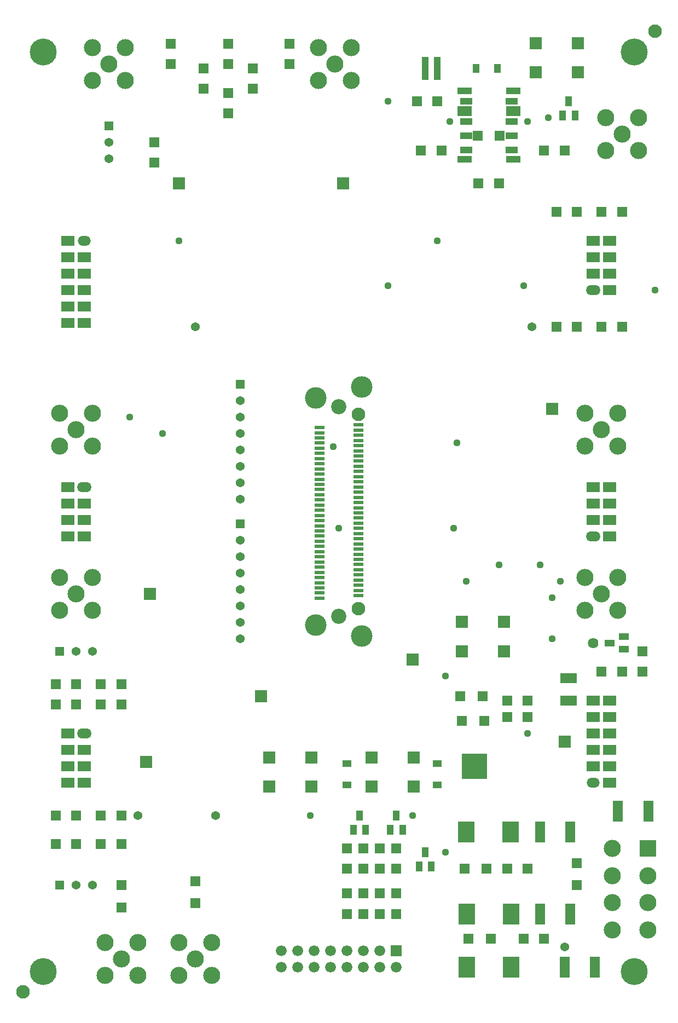
<source format=gts>
*%FSLAX24Y24*%
*%MOIN*%
G01*
%ADD11C,0.0000*%
%ADD12C,0.0040*%
%ADD13C,0.0059*%
%ADD14C,0.0060*%
%ADD15C,0.0073*%
%ADD16C,0.0079*%
%ADD17C,0.0080*%
%ADD18C,0.0098*%
%ADD19C,0.0100*%
%ADD20C,0.0120*%
%ADD21C,0.0150*%
%ADD22C,0.0197*%
%ADD23C,0.0200*%
%ADD24C,0.0200*%
%ADD25C,0.0240*%
%ADD26C,0.0250*%
%ADD27C,0.0300*%
%ADD28C,0.0300*%
%ADD29C,0.0340*%
%ADD30C,0.0360*%
%ADD31C,0.0380*%
%ADD32C,0.0394*%
%ADD33C,0.0397*%
%ADD34C,0.0400*%
%ADD35C,0.0400*%
%ADD36C,0.0434*%
%ADD37C,0.0440*%
%ADD38C,0.0472*%
%ADD39C,0.0480*%
%ADD40C,0.0500*%
%ADD41C,0.0500*%
%ADD42C,0.0520*%
%ADD43C,0.0540*%
%ADD44C,0.0560*%
%ADD45C,0.0580*%
%ADD46C,0.0594*%
%ADD47C,0.0600*%
%ADD48C,0.0600*%
%ADD49C,0.0620*%
%ADD50C,0.0640*%
%ADD51C,0.0650*%
%ADD52C,0.0660*%
%ADD53C,0.0670*%
%ADD54C,0.0672*%
%ADD55O,0.0750X0.0560*%
%ADD56C,0.0760*%
%ADD57C,0.0787*%
%ADD58O,0.0790X0.0600*%
%ADD59C,0.0800*%
%ADD60C,0.0827*%
%ADD61O,0.0850X0.0560*%
%ADD62C,0.0850*%
%ADD63C,0.0870*%
%ADD64C,0.0886*%
%ADD65C,0.0889*%
%ADD66O,0.0890X0.0600*%
%ADD67C,0.0926*%
%ADD68C,0.1000*%
%ADD69C,0.1040*%
%ADD70C,0.1161*%
%ADD71C,0.1250*%
%ADD72C,0.1276*%
%ADD73C,0.1316*%
%ADD74C,0.1600*%
%ADD75C,0.1640*%
%ADD76C,0.2250*%
%ADD77R,0.0200X0.0200*%
%ADD78R,0.0350X0.0500*%
%ADD79R,0.0350X0.0520*%
%ADD80R,0.0360X0.1300*%
%ADD81R,0.0370X0.0530*%
%ADD82R,0.0394X0.0551*%
%ADD83R,0.0394X0.1102*%
%ADD84R,0.0400X0.0500*%
%ADD85R,0.0400X0.0750*%
%ADD86R,0.0400X0.1350*%
%ADD87R,0.0434X0.0591*%
%ADD88R,0.0440X0.0540*%
%ADD89R,0.0440X0.1390*%
%ADD90R,0.0500X0.0400*%
%ADD91R,0.0500X0.0500*%
%ADD92R,0.0500X0.0500*%
%ADD93R,0.0500X0.1200*%
%ADD94R,0.0540X0.0440*%
%ADD95R,0.0540X0.0540*%
%ADD96R,0.0550X0.0350*%
%ADD97R,0.0551X0.0394*%
%ADD98R,0.0591X0.0177*%
%ADD99R,0.0591X0.0434*%
%ADD100R,0.0600X0.0600*%
%ADD101R,0.0600X0.0650*%
%ADD102R,0.0600X0.1250*%
%ADD103R,0.0620X0.0620*%
%ADD104R,0.0631X0.0217*%
%ADD105R,0.0640X0.0640*%
%ADD106R,0.0640X0.1290*%
%ADD107R,0.0650X0.0300*%
%ADD108R,0.0660X0.0660*%
%ADD109R,0.0700X0.0300*%
%ADD110R,0.0700X0.0340*%
%ADD111R,0.0700X0.0350*%
%ADD112R,0.0700X0.0700*%
%ADD113R,0.0709X0.0394*%
%ADD114R,0.0740X0.0740*%
%ADD115R,0.0749X0.0434*%
%ADD116R,0.0750X0.0300*%
%ADD117R,0.0750X0.0400*%
%ADD118R,0.0750X0.0550*%
%ADD119R,0.0750X0.0560*%
%ADD120R,0.0790X0.0600*%
%ADD121R,0.0800X0.0350*%
%ADD122R,0.0800X0.0550*%
%ADD123R,0.0827X0.0394*%
%ADD124R,0.0827X0.0591*%
%ADD125R,0.0867X0.0434*%
%ADD126R,0.0867X0.0631*%
%ADD127R,0.0950X0.1200*%
%ADD128R,0.0960X0.0540*%
%ADD129R,0.0960X0.1220*%
%ADD130R,0.1000X0.0600*%
%ADD131R,0.1000X0.1000*%
%ADD132R,0.1000X0.1000*%
%ADD133R,0.1000X0.1100*%
%ADD134R,0.1000X0.1200*%
%ADD135R,0.1000X0.1250*%
%ADD136R,0.1040X0.0640*%
%ADD137R,0.1040X0.1040*%
%ADD138R,0.1040X0.1290*%
%ADD139R,0.1200X0.1200*%
%ADD140R,0.1417X0.0551*%
%ADD141R,0.1500X0.1500*%
%ADD142R,0.1540X0.1540*%
%ADD143R,0.2000X0.2000*%
%ADD144R,0.2200X0.2200*%
%ADD145R,0.2500X0.2500*%
D11*
X93460Y36000D02*
D03*
X91710Y36750D02*
D03*
X91460Y74000D02*
D03*
X89960Y56750D02*
D03*
X91460Y59000D02*
D03*
X89960Y61250D02*
D03*
Y62250D02*
D03*
Y65750D02*
D03*
X91210Y80250D02*
D03*
Y83750D02*
D03*
X88710Y59000D02*
D03*
X87960Y44250D02*
D03*
Y43000D02*
D03*
Y42000D02*
D03*
X89210Y76500D02*
D03*
X88960Y83000D02*
D03*
X88710Y81000D02*
D03*
Y74000D02*
D03*
X85960Y30500D02*
D03*
Y32000D02*
D03*
X87210Y33750D02*
D03*
Y35750D02*
D03*
X85960Y73500D02*
D03*
Y83500D02*
D03*
X87210Y86750D02*
D03*
Y84750D02*
D03*
X85960D02*
D03*
X85460Y36000D02*
D03*
X85210Y38250D02*
D03*
X85460Y43000D02*
D03*
Y41750D02*
D03*
X84210Y67250D02*
D03*
Y62250D02*
D03*
X85710Y80250D02*
D03*
X84460Y69500D02*
D03*
Y71000D02*
D03*
Y72250D02*
D03*
Y73500D02*
D03*
X82710Y39500D02*
D03*
X83210Y67250D02*
D03*
X82210D02*
D03*
Y62250D02*
D03*
X83210D02*
D03*
X82960Y80750D02*
D03*
X82710Y87000D02*
D03*
Y85000D02*
D03*
X81710Y36250D02*
D03*
X80710Y31250D02*
D03*
Y34500D02*
D03*
X81460Y49250D02*
D03*
X79960Y39000D02*
D03*
X80960Y42250D02*
D03*
Y41250D02*
D03*
X80710Y62250D02*
D03*
X80960Y54750D02*
D03*
Y67250D02*
D03*
X81210Y76500D02*
D03*
Y78000D02*
D03*
X81460Y79750D02*
D03*
X80710Y73750D02*
D03*
Y71250D02*
D03*
Y85500D02*
D03*
Y86500D02*
D03*
X78210Y31250D02*
D03*
X79460Y35250D02*
D03*
Y36250D02*
D03*
X78460Y49000D02*
D03*
X79460Y41500D02*
D03*
X78710Y39250D02*
D03*
X79210Y63750D02*
D03*
Y54750D02*
D03*
Y67250D02*
D03*
Y62250D02*
D03*
X78210Y81000D02*
D03*
Y82500D02*
D03*
X78960Y73750D02*
D03*
Y71250D02*
D03*
X79460Y84750D02*
D03*
X76210Y39500D02*
D03*
X77460Y54750D02*
D03*
Y67250D02*
D03*
X76210Y62250D02*
D03*
X77460D02*
D03*
Y63750D02*
D03*
X76210Y54750D02*
D03*
X76260Y57450D02*
D03*
X76310Y58500D02*
D03*
X76360Y63750D02*
D03*
X76210Y76500D02*
D03*
Y78000D02*
D03*
Y81000D02*
D03*
Y82500D02*
D03*
X77210Y73750D02*
D03*
X76210Y71250D02*
D03*
X77460D02*
D03*
X74210Y39750D02*
D03*
X74960Y47250D02*
D03*
X72210Y35250D02*
D03*
X72960Y46750D02*
D03*
X73660Y61950D02*
D03*
X73960Y56300D02*
D03*
X70960Y48500D02*
D03*
X71210Y36750D02*
D03*
X70210Y37750D02*
D03*
X71210D02*
D03*
X71460Y41000D02*
D03*
X70960Y51750D02*
D03*
X71710Y56750D02*
D03*
X70810Y63700D02*
D03*
X71860Y63950D02*
D03*
X70610Y61250D02*
D03*
X71110Y60250D02*
D03*
X71760Y59250D02*
D03*
X70960Y81000D02*
D03*
Y82500D02*
D03*
X71710Y85500D02*
D03*
Y87000D02*
D03*
X69710Y65250D02*
D03*
X69210Y82500D02*
D03*
X69710Y85500D02*
D03*
X69960Y87500D02*
D03*
X68210Y87750D02*
D03*
X66210Y34750D02*
D03*
X67210Y47750D02*
D03*
Y42000D02*
D03*
X67710Y67500D02*
D03*
X67210Y66250D02*
D03*
Y58750D02*
D03*
Y54000D02*
D03*
X66710Y80750D02*
D03*
X66460Y82250D02*
D03*
X67210Y73750D02*
D03*
Y78000D02*
D03*
Y76500D02*
D03*
X67960Y85500D02*
D03*
X66460D02*
D03*
X65210Y30000D02*
D03*
X64210Y34750D02*
D03*
X64460Y45750D02*
D03*
X65710Y47750D02*
D03*
X64460Y49250D02*
D03*
X65960Y39750D02*
D03*
X64460Y66250D02*
D03*
X64210Y63250D02*
D03*
Y64250D02*
D03*
X64460Y54000D02*
D03*
X65460Y73750D02*
D03*
X65710Y76500D02*
D03*
X64460Y87500D02*
D03*
X63960Y39750D02*
D03*
Y42000D02*
D03*
Y58750D02*
D03*
X62710D02*
D03*
X62960Y65500D02*
D03*
X63210Y74750D02*
D03*
Y76250D02*
D03*
X60710Y30000D02*
D03*
X61460Y34750D02*
D03*
X60960Y67250D02*
D03*
X61210Y63750D02*
D03*
X60960Y70000D02*
D03*
X62210Y87000D02*
D03*
Y85500D02*
D03*
X58960Y49500D02*
D03*
X59460Y44000D02*
D03*
X59210Y59000D02*
D03*
Y73000D02*
D03*
X59960Y34750D02*
D03*
X59710Y60750D02*
D03*
X57460Y69500D02*
D03*
X56460Y59000D02*
D03*
Y73000D02*
D03*
X57960Y35500D02*
D03*
X56960Y49500D02*
D03*
X56460Y46500D02*
D03*
X56710Y39500D02*
D03*
X56460Y44000D02*
D03*
X57960Y62250D02*
D03*
Y65750D02*
D03*
Y52250D02*
D03*
D36*
X54710Y29750D02*
D03*
X93210Y88250D02*
D03*
D37*
Y72500D02*
D03*
X86960Y51250D02*
D03*
Y53750D02*
D03*
X87460Y54750D02*
D03*
X86210Y55750D02*
D03*
X86710Y83000D02*
D03*
X85460Y45500D02*
D03*
X85210Y72750D02*
D03*
X85460Y82750D02*
D03*
X83710Y55750D02*
D03*
X80460Y49000D02*
D03*
Y38250D02*
D03*
X80960Y58000D02*
D03*
X81160Y63180D02*
D03*
X81710Y54750D02*
D03*
X80710Y82750D02*
D03*
X79960Y75500D02*
D03*
X78460Y40500D02*
D03*
X76960Y72750D02*
D03*
Y84000D02*
D03*
X72210Y40500D02*
D03*
X73600Y62960D02*
D03*
X73960Y58000D02*
D03*
X64210Y75500D02*
D03*
X63210Y63750D02*
D03*
X61210Y64750D02*
D03*
D43*
X87710Y32500D02*
D03*
X85710Y70250D02*
D03*
X66460Y40500D02*
D03*
X65210Y70250D02*
D03*
X61710Y40500D02*
D03*
X57960Y36250D02*
D03*
X58960D02*
D03*
X57960Y50500D02*
D03*
X58960D02*
D03*
X67960Y65750D02*
D03*
Y59750D02*
D03*
Y60750D02*
D03*
Y61750D02*
D03*
Y62750D02*
D03*
Y63750D02*
D03*
Y64750D02*
D03*
Y57250D02*
D03*
Y51250D02*
D03*
Y52250D02*
D03*
Y53250D02*
D03*
Y54250D02*
D03*
Y55250D02*
D03*
Y56250D02*
D03*
X59960Y81500D02*
D03*
Y80500D02*
D03*
D50*
X89460Y51000D02*
D03*
D52*
X70460Y31250D02*
D03*
Y32250D02*
D03*
X71460Y31250D02*
D03*
Y32250D02*
D03*
X72460Y31250D02*
D03*
Y32250D02*
D03*
X73460Y31250D02*
D03*
Y32250D02*
D03*
X74460Y31250D02*
D03*
Y32250D02*
D03*
X75460Y31250D02*
D03*
Y32250D02*
D03*
X76460D02*
D03*
X77460Y31250D02*
D03*
X76460D02*
D03*
D58*
X58460Y75500D02*
D03*
X89460Y42500D02*
D03*
D60*
X54710Y29750D02*
D03*
X75141Y64906D02*
D03*
Y53094D02*
D03*
X93210Y88250D02*
D03*
D66*
X58460Y45500D02*
D03*
Y60500D02*
D03*
X89460Y57500D02*
D03*
Y72500D02*
D03*
D67*
X73960Y52622D02*
D03*
Y65378D02*
D03*
D69*
X58960Y53000D02*
D03*
X56960D02*
D03*
X58960Y55000D02*
D03*
X57960Y54000D02*
D03*
X56960Y55000D02*
D03*
X58960Y63000D02*
D03*
X56960D02*
D03*
X58960Y65000D02*
D03*
X57960Y64000D02*
D03*
X56960Y65000D02*
D03*
X66210Y30750D02*
D03*
X64210D02*
D03*
X66210Y32750D02*
D03*
X65210Y31750D02*
D03*
X64210Y32750D02*
D03*
X61710Y30750D02*
D03*
X59710D02*
D03*
X61710Y32750D02*
D03*
X60710Y31750D02*
D03*
X59710Y32750D02*
D03*
X58960Y87250D02*
D03*
X59960Y86250D02*
D03*
X60960Y87250D02*
D03*
X58960Y85250D02*
D03*
X60960D02*
D03*
X72710Y87250D02*
D03*
X73710Y86250D02*
D03*
X74710Y87250D02*
D03*
X72710Y85250D02*
D03*
X74710D02*
D03*
X90960Y63000D02*
D03*
X88960D02*
D03*
X90960Y65000D02*
D03*
X89960Y64000D02*
D03*
X88960Y65000D02*
D03*
X90960Y53000D02*
D03*
X88960D02*
D03*
X90960Y55000D02*
D03*
X89960Y54000D02*
D03*
X88960Y55000D02*
D03*
X92793Y36827D02*
D03*
Y35173D02*
D03*
Y33520D02*
D03*
X90627Y38480D02*
D03*
Y36827D02*
D03*
Y35173D02*
D03*
Y33520D02*
D03*
X90210Y83000D02*
D03*
X91210Y82000D02*
D03*
X92210Y83000D02*
D03*
X90210Y81000D02*
D03*
X92210D02*
D03*
D73*
X72562Y65906D02*
D03*
X75358Y66587D02*
D03*
X72562Y52094D02*
D03*
X75358Y51413D02*
D03*
D75*
X55960Y31000D02*
D03*
Y87000D02*
D03*
X91960Y31000D02*
D03*
Y87000D02*
D03*
D87*
X74836Y39634D02*
D03*
X75210Y40500D02*
D03*
X75584Y39634D02*
D03*
X77086D02*
D03*
X77460Y40500D02*
D03*
X77834Y39634D02*
D03*
X79584Y37384D02*
D03*
X79210Y38250D02*
D03*
X78836Y37384D02*
D03*
X88334Y83134D02*
D03*
X87960Y84000D02*
D03*
X87586Y83134D02*
D03*
D88*
X82310Y86000D02*
D03*
X83610D02*
D03*
D89*
X79210D02*
D03*
X79960D02*
D03*
D94*
X74460Y42350D02*
D03*
Y43650D02*
D03*
X79960Y42350D02*
D03*
Y43650D02*
D03*
D95*
X56960Y36250D02*
D03*
Y50500D02*
D03*
X67960Y66750D02*
D03*
Y58250D02*
D03*
X59960Y82500D02*
D03*
D99*
X90458Y51002D02*
D03*
X91326Y51374D02*
D03*
Y50626D02*
D03*
D104*
X75141Y60181D02*
D03*
Y59551D02*
D03*
X72779Y62543D02*
D03*
X75141Y62386D02*
D03*
Y62701D02*
D03*
Y64276D02*
D03*
X72779Y60024D02*
D03*
Y59709D02*
D03*
Y60339D02*
D03*
Y54354D02*
D03*
Y54984D02*
D03*
Y55614D02*
D03*
Y56244D02*
D03*
Y56874D02*
D03*
Y57504D02*
D03*
Y58134D02*
D03*
Y63803D02*
D03*
Y63173D02*
D03*
Y61913D02*
D03*
Y61283D02*
D03*
Y60654D02*
D03*
Y59394D02*
D03*
X75141Y63646D02*
D03*
Y63016D02*
D03*
Y61756D02*
D03*
Y61126D02*
D03*
Y60496D02*
D03*
Y59866D02*
D03*
Y56717D02*
D03*
Y58606D02*
D03*
X72779Y63488D02*
D03*
X72779Y62858D02*
D03*
X72779Y62228D02*
D03*
Y61598D02*
D03*
Y60969D02*
D03*
Y54669D02*
D03*
Y55299D02*
D03*
Y56559D02*
D03*
Y57189D02*
D03*
Y57819D02*
D03*
Y58449D02*
D03*
X75141Y63961D02*
D03*
Y63331D02*
D03*
Y62071D02*
D03*
Y61441D02*
D03*
Y60811D02*
D03*
Y55142D02*
D03*
Y57031D02*
D03*
Y58291D02*
D03*
X72779Y54039D02*
D03*
X75141Y54512D02*
D03*
X72779Y64118D02*
D03*
X72779Y55929D02*
D03*
X75141Y57346D02*
D03*
Y57661D02*
D03*
Y55772D02*
D03*
Y56087D02*
D03*
Y56402D02*
D03*
X72779Y53724D02*
D03*
X75141Y54197D02*
D03*
Y54827D02*
D03*
Y57976D02*
D03*
Y59236D02*
D03*
X72779Y58764D02*
D03*
X75141Y53882D02*
D03*
X72779Y59079D02*
D03*
X75141Y58921D02*
D03*
Y55457D02*
D03*
D105*
X56710Y48500D02*
D03*
X57960D02*
D03*
X56710Y47250D02*
D03*
X57960D02*
D03*
X56710Y38750D02*
D03*
X57960D02*
D03*
X56710Y40500D02*
D03*
X57960D02*
D03*
X74460Y34500D02*
D03*
Y35750D02*
D03*
X65210Y35150D02*
D03*
Y36500D02*
D03*
X60710Y34900D02*
D03*
Y36250D02*
D03*
X59460Y47250D02*
D03*
X60710D02*
D03*
X59460Y48500D02*
D03*
X60710D02*
D03*
X74460Y37250D02*
D03*
Y38500D02*
D03*
X59460Y40500D02*
D03*
X60710D02*
D03*
X59460Y38750D02*
D03*
X60710D02*
D03*
X62710Y80250D02*
D03*
Y81500D02*
D03*
X63710Y86250D02*
D03*
Y87500D02*
D03*
X67210Y86250D02*
D03*
Y87500D02*
D03*
X65710Y84750D02*
D03*
Y86000D02*
D03*
X67210Y83250D02*
D03*
Y84500D02*
D03*
X68710Y84750D02*
D03*
Y86000D02*
D03*
X70960Y86250D02*
D03*
Y87500D02*
D03*
X83210Y33000D02*
D03*
X81860D02*
D03*
X86460D02*
D03*
X85210D02*
D03*
X88460Y37600D02*
D03*
Y36250D02*
D03*
X76460Y34500D02*
D03*
Y35750D02*
D03*
X77460Y34500D02*
D03*
Y35750D02*
D03*
X75460D02*
D03*
Y34500D02*
D03*
X82960Y37250D02*
D03*
X81610D02*
D03*
X85460D02*
D03*
X84210D02*
D03*
X85460Y46500D02*
D03*
X84210D02*
D03*
X85460Y47500D02*
D03*
X84210D02*
D03*
X82710Y47750D02*
D03*
X81360D02*
D03*
X81460Y46250D02*
D03*
X82810D02*
D03*
X77460Y37250D02*
D03*
Y38500D02*
D03*
X75460D02*
D03*
Y37250D02*
D03*
X76460Y38500D02*
D03*
Y37250D02*
D03*
X80210Y81000D02*
D03*
X78960D02*
D03*
X83710Y79000D02*
D03*
X82460D02*
D03*
X82410Y81900D02*
D03*
X83760D02*
D03*
X86460Y81000D02*
D03*
X87710D02*
D03*
X88460Y77250D02*
D03*
X87210D02*
D03*
X91210D02*
D03*
X89960D02*
D03*
X91210Y70250D02*
D03*
X89960D02*
D03*
X88460D02*
D03*
X87210D02*
D03*
X78710Y84000D02*
D03*
X79960D02*
D03*
X92460Y50500D02*
D03*
Y49250D02*
D03*
X91210D02*
D03*
X89960D02*
D03*
D106*
X89560Y31250D02*
D03*
X87710D02*
D03*
X88060Y34500D02*
D03*
X86210D02*
D03*
X88060Y39500D02*
D03*
X86210D02*
D03*
X92810Y40750D02*
D03*
X90960D02*
D03*
D108*
X77460Y32250D02*
D03*
D114*
X69210Y47750D02*
D03*
X69710Y42250D02*
D03*
X72269D02*
D03*
Y44022D02*
D03*
X69710D02*
D03*
X62210Y43750D02*
D03*
X62460Y54000D02*
D03*
X74210Y79000D02*
D03*
X64210D02*
D03*
X81460Y52272D02*
D03*
X84019D02*
D03*
Y50500D02*
D03*
X81460D02*
D03*
X78460Y50000D02*
D03*
X87710Y45000D02*
D03*
X75960Y42250D02*
D03*
X78519D02*
D03*
Y44022D02*
D03*
X75960D02*
D03*
X86960Y65250D02*
D03*
X85960Y85750D02*
D03*
X88519D02*
D03*
Y87522D02*
D03*
X85960D02*
D03*
D115*
X84466Y81008D02*
D03*
Y81874D02*
D03*
Y82740D02*
D03*
Y84000D02*
D03*
X81710D02*
D03*
Y81008D02*
D03*
Y81874D02*
D03*
Y82740D02*
D03*
D120*
X57460Y45500D02*
D03*
Y42500D02*
D03*
Y43500D02*
D03*
X58460D02*
D03*
X57460Y44500D02*
D03*
X58460D02*
D03*
Y42500D02*
D03*
X57460Y60500D02*
D03*
Y57500D02*
D03*
Y58500D02*
D03*
X58460D02*
D03*
X57460Y59500D02*
D03*
X58460D02*
D03*
Y57500D02*
D03*
Y70500D02*
D03*
X57460D02*
D03*
Y71500D02*
D03*
X58460D02*
D03*
X57460Y72500D02*
D03*
X58460D02*
D03*
X57460Y73500D02*
D03*
X58460D02*
D03*
X57460Y74500D02*
D03*
X58460D02*
D03*
X57460Y75500D02*
D03*
X89460Y47500D02*
D03*
X90460D02*
D03*
Y46500D02*
D03*
X89460D02*
D03*
X90460Y45500D02*
D03*
X89460D02*
D03*
X90460Y44500D02*
D03*
X89460D02*
D03*
X90460Y43500D02*
D03*
X89460D02*
D03*
X90460Y42500D02*
D03*
Y57500D02*
D03*
Y60500D02*
D03*
Y59500D02*
D03*
X89460D02*
D03*
X90460Y58500D02*
D03*
X89460D02*
D03*
Y60500D02*
D03*
X90460Y72500D02*
D03*
Y75500D02*
D03*
Y74500D02*
D03*
X89460D02*
D03*
X90460Y73500D02*
D03*
X89460D02*
D03*
Y75500D02*
D03*
D125*
X81612Y84630D02*
D03*
X84564D02*
D03*
X81612Y80457D02*
D03*
X84564D02*
D03*
D126*
Y83370D02*
D03*
X81612D02*
D03*
D136*
X87960Y48850D02*
D03*
Y47500D02*
D03*
D137*
X92793Y38480D02*
D03*
D138*
X81760Y31250D02*
D03*
X84460D02*
D03*
X81760Y34500D02*
D03*
X84460D02*
D03*
X84410Y39500D02*
D03*
X81710D02*
D03*
D142*
X82210Y43500D02*
D03*
M02*

</source>
